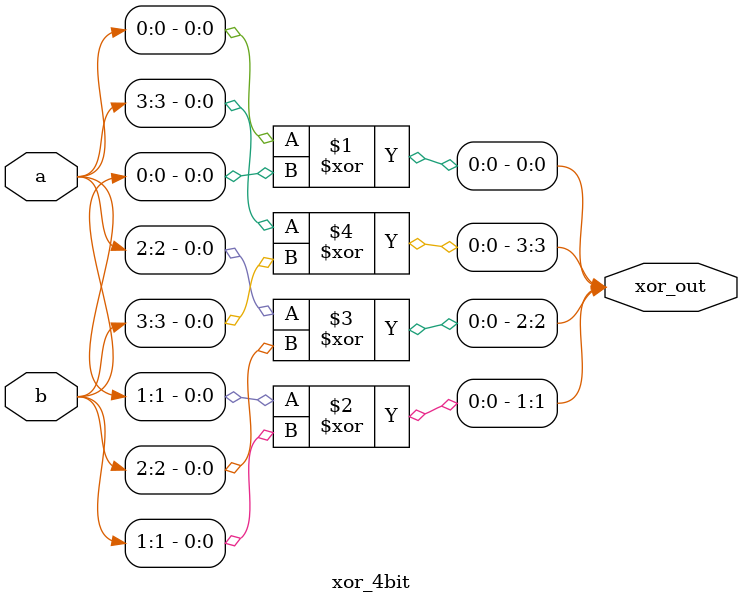
<source format=v>
module xor_4bit (output [3:0] xor_out, input [3:0] a, input [3:0] b);//xor operation occurs for 4-bits numbers
	xor xor0 (xor_out[0], a[0], b[0]);
	xor xor1 (xor_out[1], a[1], b[1]);
	xor xor2 (xor_out[2], a[2], b[2]);
	xor xor3 (xor_out[3], a[3], b[3]);

endmodule

</source>
